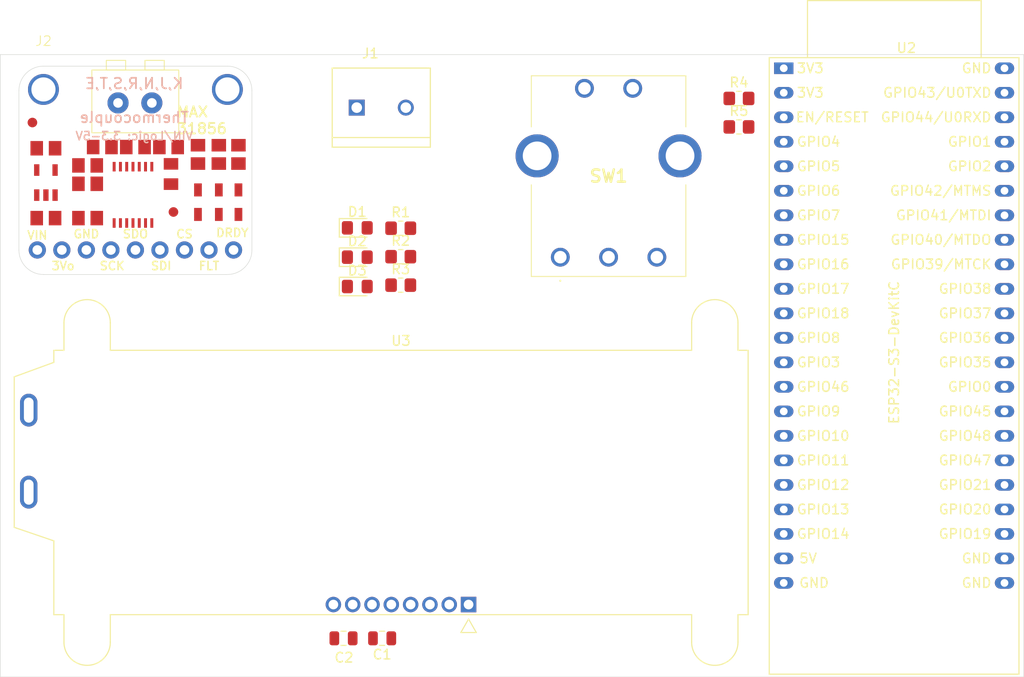
<source format=kicad_pcb>
(kicad_pcb (version 20241229) (generator "pcbnew") (generator_version "9.0")
  (layers (0 "F.Cu" signal) (2 "B.Cu" signal) (13 "F.Paste" user) (15 "B.Paste" user) (5 "F.SilkS" user "F.Silkscreen") (7 "B.SilkS" user "B.Silkscreen") (1 "F.Mask" user) (3 "B.Mask" user) (25 "Edge.Cuts" user))
  (net 0 "")
  (net 1 "GND")
  (net 2 "+3.3V")
  (net 3 "ENC_B")
  (net 4 "ENC_SW")
  (net 5 "ENC_A")
  (net 6 "+5V")
  (net 7 "SSR_PWM")
  (net 8 "/SCK")
  (net 9 "/DRDY")
  (net 10 "/~{CS}")
  (net 11 "/~{FAULT}")
  (net 12 "/SDO")
  (net 13 "/VIN")
  (net 14 "/SDI")
  (net 15 "/VIN_1")
  (net 16 "Net-(U2-GPIO46)")
  (net 17 "Net-(U2-GPIO47)")
  (net 18 "Net-(U2-GPIO48)")
  (net 44 "Net-(D3-A)")
  (net 45 "Net-(D2-A)")
  (net 46 "Net-(D1-A)")
  (net 51 "Net-(U3-VOUT)")
  (net 52 "Net-(U3-C1+)")
  (net 53 "Net-(U3-C1-)")
  (net 54 "/SCL")
  (net 55 "/SDA")
  (net 56 "/DISPLAY_~{RST}")
  (footprint "Diode_SMD:D_0805_2012Metric_Pad1.15x1.40mm_HandSolder" (layer "F.Cu") (at 120.975 79.5)
    (property "Reference" "D2" (at 0 -1.65 0) (layer "F.SilkS"))
    (property "Value" "LED")
    (fp_line (start -1.86 -0.96) (end -1.86 0.96) (stroke (width 0.12)) (layer "F.SilkS"))
    (fp_line (start -1.86 0.96) (end 1 0.96) (stroke (width 0.12)) (layer "F.SilkS"))
    (fp_line (start 1 -0.96) (end -1.86 -0.96) (stroke (width 0.12)) (layer "F.SilkS"))
    (pad "1" smd roundrect (at -1.025 0) (size 1.15 1.4) (layers "F.Cu" "F.Mask" "F.Paste") (roundrect_rratio 0.217391) (net 1 "GND"))
    (pad "2" smd roundrect (at 1.025 0) (size 1.15 1.4) (layers "F.Cu" "F.Mask" "F.Paste") (roundrect_rratio 0.217391) (net 45 "Net-(D2-A)"))
  )
  (footprint "phoenix_footprints:TE_282837-2" (layer "F.Cu") (at 123.46 64)
    (property "Reference" "J1" (at -1.127255 -5.614945 0) (layer "F.SilkS") (effects (font (size 1.002039 1.002039))))
    (property "Value" "Screw_Terminal_01x02")
    (fp_line (start -5.08 -4.1) (end 5.08 -4.1) (stroke (width 0.127)) (layer "F.SilkS"))
    (fp_line (start -5.08 3.1) (end -5.08 -4.1) (stroke (width 0.127)) (layer "F.SilkS"))
    (fp_line (start -5.08 3.1) (end 5.08 3.1) (stroke (width 0.127)) (layer "F.SilkS"))
    (fp_line (start -5.08 4.1) (end -5.08 3.1) (stroke (width 0.127)) (layer "F.SilkS"))
    (fp_line (start 5.08 -4.1) (end 5.08 3.1) (stroke (width 0.127)) (layer "F.SilkS"))
    (fp_line (start 5.08 3.1) (end 5.08 4.1) (stroke (width 0.127)) (layer "F.SilkS"))
    (fp_line (start 5.08 4.1) (end -5.08 4.1) (stroke (width 0.127)) (layer "F.SilkS"))
    (pad "1" thru_hole rect (at -2.54 0) (size 1.65 1.65) (drill 1.1) (layers "*.Cu" "*.Mask") (net 1 "GND"))
    (pad "2" thru_hole circle (at 2.54 0) (size 1.65 1.65) (drill 1.1) (layers "*.Cu" "*.Mask") (net 7 "SSR_PWM"))
  )
  (footprint "Capacitor_SMD:C_0805_2012Metric" (layer "F.Cu") (at 123.55 119 180)
    (property "Reference" "C1" (at 0 -1.68 0) (layer "F.SilkS"))
    (property "Value" "1uF")
    (fp_line (start -0.261252 0.735) (end 0.261252 0.735) (stroke (width 0.12)) (layer "F.SilkS"))
    (fp_line (start -0.261252 -0.735) (end 0.261252 -0.735) (stroke (width 0.12)) (layer "F.SilkS"))
    (pad "1" smd roundrect (at -0.95 0 180) (size 1 1.45) (layers "F.Cu" "F.Mask" "F.Paste") (net 6 "+5V"))
    (pad "2" smd roundrect (at 0.95 0 180) (size 1 1.45) (layers "F.Cu" "F.Mask" "F.Paste") (net 51 "Net-(U3-VOUT)"))
  )
  (footprint "Resistor_SMD:R_0805_2012Metric_Pad1.20x1.40mm_HandSolder" (layer "F.Cu") (at 125.475 79.45)
    (property "Reference" "R2" (at 0 -1.65 0) (layer "F.SilkS"))
    (property "Value" "220")
    (fp_line (start -0.227064 -0.735) (end 0.227064 -0.735) (stroke (width 0.12)) (layer "F.SilkS"))
    (fp_line (start -0.227064 0.735) (end 0.227064 0.735) (stroke (width 0.12)) (layer "F.SilkS"))
    (pad "1" smd roundrect (at -1 0) (size 1.2 1.4) (layers "F.Cu" "F.Mask" "F.Paste") (roundrect_rratio 0.208333) (net 17 "Net-(U2-GPIO47)"))
    (pad "2" smd roundrect (at 1 0) (size 1.2 1.4) (layers "F.Cu" "F.Mask" "F.Paste") (roundrect_rratio 0.208333) (net 45 "Net-(D2-A)"))
  )
  (footprint "Capacitor_SMD:C_0805_2012Metric" (layer "F.Cu") (at 119.55 119 180)
    (property "Reference" "C2" (at -0.05 -2 0) (layer "F.SilkS"))
    (property "Value" "1uF")
    (fp_line (start -0.261252 0.735) (end 0.261252 0.735) (stroke (width 0.12)) (layer "F.SilkS"))
    (fp_line (start -0.261252 -0.735) (end 0.261252 -0.735) (stroke (width 0.12)) (layer "F.SilkS"))
    (pad "1" smd roundrect (at -0.95 0 180) (size 1 1.45) (layers "F.Cu" "F.Mask" "F.Paste") (net 52 "Net-(U3-C1+)"))
    (pad "2" smd roundrect (at 0.95 0 180) (size 1 1.45) (layers "F.Cu" "F.Mask" "F.Paste") (net 53 "Net-(U3-C1-)"))
  )
  (footprint "Resistor_SMD:R_0805_2012Metric_Pad1.20x1.40mm_HandSolder" (layer "F.Cu") (at 125.475 82.4)
    (property "Reference" "R3" (at 0 -1.65 0) (layer "F.SilkS"))
    (property "Value" "220")
    (fp_line (start -0.227064 -0.735) (end 0.227064 -0.735) (stroke (width 0.12)) (layer "F.SilkS"))
    (fp_line (start -0.227064 0.735) (end 0.227064 0.735) (stroke (width 0.12)) (layer "F.SilkS"))
    (pad "1" smd roundrect (at -1 0) (size 1.2 1.4) (layers "F.Cu" "F.Mask" "F.Paste") (roundrect_rratio 0.208333) (net 18 "Net-(U2-GPIO48)"))
    (pad "2" smd roundrect (at 1 0) (size 1.2 1.4) (layers "F.Cu" "F.Mask" "F.Paste") (roundrect_rratio 0.208333) (net 44 "Net-(D3-A)"))
  )
  (footprint "!footprints:PEC164120FS0012" (layer "F.Cu") (at 142 79.5)
    (property "Reference" "SW1" (at 5 -8.4 0) (layer "F.SilkS") (effects (font (size 1.27 1.27) (thickness 0.254))))
    (property "Value" "RotaryEncoder_Switch" (hide yes))
    (fp_line (start -3 -18.8) (end -3 -13.5) (stroke (width 0.1)) (layer "F.SilkS"))
    (fp_line (start -3 -7.5) (end -3 2) (stroke (width 0.1)) (layer "F.SilkS"))
    (fp_line (start -3 2) (end 13 2) (stroke (width 0.1)) (layer "F.SilkS"))
    (fp_line (start 0 2.4) (end 0 2.4) (stroke (width 0.1)) (layer "F.SilkS"))
    (fp_line (start 0 2.5) (end 0 2.5) (stroke (width 0.1)) (layer "F.SilkS"))
    (fp_line (start 13 -18.8) (end -3 -18.8) (stroke (width 0.1)) (layer "F.SilkS"))
    (fp_line (start 13 -13.5) (end 13 -18.8) (stroke (width 0.1)) (layer "F.SilkS"))
    (fp_line (start 13 2) (end 13 -7.5) (stroke (width 0.1)) (layer "F.SilkS"))
    (fp_arc (start 0 2.4) (mid 0.05 2.45) (end 0 2.5) (stroke (width 0.1)) (layer "F.SilkS"))
    (fp_arc (start 0 2.5) (mid -0.05 2.45) (end 0 2.4) (stroke (width 0.1)) (layer "F.SilkS"))
    (pad "A1" thru_hole circle (at 0 0) (size 1.95 1.95) (drill 1.3) (layers "*.Cu" "*.Mask"))
    (pad "B1" thru_hole circle (at 5 0) (size 1.95 1.95) (drill 1.3) (layers "*.Cu" "*.Mask"))
    (pad "C1" thru_hole circle (at 10 0) (size 1.95 1.95) (drill 1.3) (layers "*.Cu" "*.Mask"))
    (pad "D1" thru_hole circle (at 2.5 -17.5) (size 1.95 1.95) (drill 1.3) (layers "*.Cu" "*.Mask"))
    (pad "E1" thru_hole circle (at 7.5 -17.5) (size 1.95 1.95) (drill 1.3) (layers "*.Cu" "*.Mask"))
    (pad "MH1" thru_hole circle (at -2.4 -10.5) (size 4.46 4.46) (drill 2.9732) (layers "*.Cu" "*.Mask"))
    (pad "MH2" thru_hole circle (at 12.4 -10.5) (size 4.46 4.46) (drill 2.9732) (layers "*.Cu" "*.Mask"))
  )
  (footprint "Diode_SMD:D_0805_2012Metric_Pad1.15x1.40mm_HandSolder" (layer "F.Cu") (at 120.975 82.54)
    (property "Reference" "D3" (at 0 -1.65 0) (layer "F.SilkS"))
    (property "Value" "LED")
    (fp_line (start -1.86 -0.96) (end -1.86 0.96) (stroke (width 0.12)) (layer "F.SilkS"))
    (fp_line (start -1.86 0.96) (end 1 0.96) (stroke (width 0.12)) (layer "F.SilkS"))
    (fp_line (start 1 -0.96) (end -1.86 -0.96) (stroke (width 0.12)) (layer "F.SilkS"))
    (pad "1" smd roundrect (at -1.025 0) (size 1.15 1.4) (layers "F.Cu" "F.Mask" "F.Paste") (roundrect_rratio 0.217391) (net 1 "GND"))
    (pad "2" smd roundrect (at 1.025 0) (size 1.15 1.4) (layers "F.Cu" "F.Mask" "F.Paste") (roundrect_rratio 0.217391) (net 44 "Net-(D3-A)"))
  )
  (footprint "Resistor_SMD:R_0805_2012Metric_Pad1.20x1.40mm_HandSolder" (layer "F.Cu") (at 160.5 66)
    (property "Reference" "R5" (at 0 -1.65 0) (layer "F.SilkS"))
    (property "Value" "4.7k")
    (fp_line (start -0.227064 -0.735) (end 0.227064 -0.735) (stroke (width 0.12)) (layer "F.SilkS"))
    (fp_line (start -0.227064 0.735) (end 0.227064 0.735) (stroke (width 0.12)) (layer "F.SilkS"))
    (pad "1" smd roundrect (at -1 0) (size 1.2 1.4) (layers "F.Cu" "F.Mask" "F.Paste") (roundrect_rratio 0.208333) (net 2 "+3.3V"))
    (pad "2" smd roundrect (at 1 0) (size 1.2 1.4) (layers "F.Cu" "F.Mask" "F.Paste") (roundrect_rratio 0.208333) (net 55 "/SDA"))
  )
  (footprint "Resistor_SMD:R_0805_2012Metric_Pad1.20x1.40mm_HandSolder" (layer "F.Cu") (at 160.5 63.05)
    (property "Reference" "R4" (at 0 -1.65 0) (layer "F.SilkS"))
    (property "Value" "4.7k")
    (fp_line (start -0.227064 -0.735) (end 0.227064 -0.735) (stroke (width 0.12)) (layer "F.SilkS"))
    (fp_line (start -0.227064 0.735) (end 0.227064 0.735) (stroke (width 0.12)) (layer "F.SilkS"))
    (pad "1" smd roundrect (at -1 0) (size 1.2 1.4) (layers "F.Cu" "F.Mask" "F.Paste") (roundrect_rratio 0.208333) (net 2 "+3.3V"))
    (pad "2" smd roundrect (at 1 0) (size 1.2 1.4) (layers "F.Cu" "F.Mask" "F.Paste") (roundrect_rratio 0.208333) (net 54 "/SCL"))
  )
  (footprint "Diode_SMD:D_0805_2012Metric_Pad1.15x1.40mm_HandSolder" (layer "F.Cu") (at 120.975 76.46)
    (property "Reference" "D1" (at 0 -1.65 0) (layer "F.SilkS"))
    (property "Value" "LED")
    (fp_line (start -1.86 -0.96) (end -1.86 0.96) (stroke (width 0.12)) (layer "F.SilkS"))
    (fp_line (start -1.86 0.96) (end 1 0.96) (stroke (width 0.12)) (layer "F.SilkS"))
    (fp_line (start 1 -0.96) (end -1.86 -0.96) (stroke (width 0.12)) (layer "F.SilkS"))
    (pad "1" smd roundrect (at -1.025 0) (size 1.15 1.4) (layers "F.Cu" "F.Mask" "F.Paste") (roundrect_rratio 0.217391) (net 1 "GND"))
    (pad "2" smd roundrect (at 1.025 0) (size 1.15 1.4) (layers "F.Cu" "F.Mask" "F.Paste") (roundrect_rratio 0.217391) (net 46 "Net-(D1-A)"))
  )
  (footprint "Display:NHD-C0220BiZ" (layer "F.Cu") (at 125.5 99.6)
    (property "Reference" "U3" (at 0 -11.43 0) (layer "F.SilkS"))
    (property "Value" "NHD-C0220BIZ")
    (fp_line (start -40.05 -7.7) (end -40.05 7.9) (stroke (width 0.12)) (layer "F.SilkS"))
    (fp_line (start -40.05 7.9) (end -35.95 9.3) (stroke (width 0.12)) (layer "F.SilkS"))
    (fp_line (start -35.95 -10.45) (end -35.95 -9.2) (stroke (width 0.12)) (layer "F.SilkS"))
    (fp_line (start -35.95 -9.2) (end -40.05 -7.7) (stroke (width 0.12)) (layer "F.SilkS"))
    (fp_line (start -35.95 9.3) (end -35.95 16.95) (stroke (width 0.12)) (layer "F.SilkS"))
    (fp_line (start -35.95 16.95) (end -34.9 16.95) (stroke (width 0.12)) (layer "F.SilkS"))
    (fp_line (start -34.9 -13.3) (end -34.9 -10.45) (stroke (width 0.12)) (layer "F.SilkS"))
    (fp_line (start -34.9 -10.45) (end -35.95 -10.45) (stroke (width 0.12)) (layer "F.SilkS"))
    (fp_line (start -34.9 16.95) (end -34.9 19.8) (stroke (width 0.12)) (layer "F.SilkS"))
    (fp_line (start -30.1 -10.45) (end -30.1 -13.3) (stroke (width 0.12)) (layer "F.SilkS"))
    (fp_line (start -30.1 16.95) (end 30.1 16.95) (stroke (width 0.12)) (layer "F.SilkS"))
    (fp_line (start -30.1 19.8) (end -30.1 16.95) (stroke (width 0.12)) (layer "F.SilkS"))
    (fp_line (start 6.2 18.8) (end 7 17.4) (stroke (width 0.12)) (layer "F.SilkS"))
    (fp_line (start 6.2 18.8) (end 7.8 18.8) (stroke (width 0.12)) (layer "F.SilkS"))
    (fp_line (start 7 17.4) (end 7.8 18.8) (stroke (width 0.12)) (layer "F.SilkS"))
    (fp_line (start 30.1 -13.3) (end 30.1 -10.45) (stroke (width 0.12)) (layer "F.SilkS"))
    (fp_line (start 30.1 -10.45) (end -30.1 -10.45) (stroke (width 0.12)) (layer "F.SilkS"))
    (fp_line (start 30.1 16.95) (end 30.1 19.8) (stroke (width 0.12)) (layer "F.SilkS"))
    (fp_line (start 34.9 -10.45) (end 34.9 -13.3) (stroke (width 0.12)) (layer "F.SilkS"))
    (fp_line (start 34.9 16.95) (end 35.95 16.95) (stroke (width 0.12)) (layer "F.SilkS"))
    (fp_line (start 34.9 19.8) (end 34.9 16.95) (stroke (width 0.12)) (layer "F.SilkS"))
    (fp_line (start 35.95 -10.45) (end 34.9 -10.45) (stroke (width 0.12)) (layer "F.SilkS"))
    (fp_line (start 35.95 16.95) (end 35.95 -10.45) (stroke (width 0.12)) (layer "F.SilkS"))
    (fp_arc (start -34.9 -13.3) (mid -32.5 -15.7) (end -30.1 -13.3) (stroke (width 0.12)) (layer "F.SilkS"))
    (fp_arc (start -30.1 19.8) (mid -32.5 22.2) (end -34.9 19.8) (stroke (width 0.12)) (layer "F.SilkS"))
    (fp_arc (start 30.1 -13.3) (mid 32.5 -15.7) (end 34.9 -13.3) (stroke (width 0.12)) (layer "F.SilkS"))
    (fp_arc (start 34.9 19.8) (mid 32.5 22.2) (end 30.1 19.8) (stroke (width 0.12)) (layer "F.SilkS"))
    (pad "" np_thru_hole circle (at -32.5 -13.3) (size 2.5 2.5) (drill 2.5) (layers "*.Cu" "*.Mask"))
    (pad "" np_thru_hole circle (at -32.5 19.8) (size 2.5 2.5) (drill 2.5) (layers "*.Cu" "*.Mask"))
    (pad "" np_thru_hole circle (at 32.5 -13.3) (size 2.5 2.5) (drill 2.5) (layers "*.Cu" "*.Mask"))
    (pad "" np_thru_hole circle (at 32.5 19.8) (size 2.5 2.5) (drill 2.5) (layers "*.Cu" "*.Mask"))
    (pad "1" thru_hole rect (at 7 15.9) (size 1.6 1.6) (drill 1) (layers "*.Cu" "*.Mask") (net 56 "/DISPLAY_~{RST}"))
    (pad "2" thru_hole circle (at 5 15.9) (size 1.6 1.6) (drill 1) (layers "*.Cu" "*.Mask") (net 54 "/SCL"))
    (pad "3" thru_hole circle (at 3 15.9) (size 1.6 1.6) (drill 1) (layers "*.Cu" "*.Mask") (net 55 "/SDA"))
    (pad "4" thru_hole circle (at 1 15.9) (size 1.6 1.6) (drill 1) (layers "*.Cu" "*.Mask") (net 1 "GND"))
    (pad "5" thru_hole circle (at -1 15.9) (size 1.6 1.6) (drill 1) (layers "*.Cu" "*.Mask") (net 6 "+5V"))
    (pad "6" thru_hole circle (at -3 15.9) (size 1.6 1.6) (drill 1) (layers "*.Cu" "*.Mask") (net 51 "Net-(U3-VOUT)"))
    (pad "7" thru_hole circle (at -5 15.9) (size 1.6 1.6) (drill 1) (layers "*.Cu" "*.Mask") (net 52 "Net-(U3-C1+)"))
    (pad "8" thru_hole circle (at -7 15.9) (size 1.6 1.6) (drill 1) (layers "*.Cu" "*.Mask") (net 53 "Net-(U3-C1-)"))
    (pad "9" thru_hole oval (at -38.55 4.25) (size 1.8 3.4) (drill oval 1 2.6) (layers "*.Cu" "*.Mask"))
    (pad "10" thru_hole oval (at -38.55 -4.25) (size 1.8 3.4) (drill oval 1 2.6) (layers "*.Cu" "*.Mask"))
  )
  (footprint "PCM_Espressif:ESP32-S3-DevKitC" (layer "F.Cu") (at 165.14 59.92)
    (property "Reference" "U2" (at 12.7 -2.1 0) (layer "F.SilkS"))
    (property "Value" "ESP32-S3-DevKitC" (at 11.42632 29.46128 90) (layer "F.SilkS"))
    (fp_line (start -1.5 62.79728) (end 24.359999 62.79728) (stroke (width 0.12)) (layer "F.SilkS"))
    (fp_line (start -1.499999 -1.1) (end -1.5 62.79728) (stroke (width 0.12)) (layer "F.SilkS"))
    (fp_line (start 2.46012 -7.01312) (end 20.44332 -7.01312) (stroke (width 0.12)) (layer "F.SilkS"))
    (fp_line (start 2.46012 -1.12032) (end 2.46012 -7.01312) (stroke (width 0.12)) (layer "F.SilkS"))
    (fp_line (start 20.44332 -7.01312) (end 20.44332 -1.12032) (stroke (width 0.12)) (layer "F.SilkS"))
    (fp_line (start 24.359999 62.79728) (end 24.36 -1.1) (stroke (width 0.12)) (layer "F.SilkS"))
    (fp_line (start 24.36 -1.1) (end -1.499999 -1.1) (stroke (width 0.12)) (layer "F.SilkS"))
    (fp_text user "GPIO47" (at 21.59 40.64 0) (layer "F.SilkS") (effects (justify right)))
    (fp_text user "3V3" (at 1.27 0 0) (layer "F.SilkS") (effects (justify left)))
    (fp_text user "GPIO18" (at 1.27 25.4 0) (layer "F.SilkS") (effects (justify left)))
    (fp_text user "GND" (at 1.52032 53.33728 0) (layer "F.SilkS") (effects (justify left)))
    (fp_text user "GPIO12" (at 1.27 43.18 0) (layer "F.SilkS") (effects (justify left)))
    (fp_text user "GPIO11" (at 1.27 40.64 0) (layer "F.SilkS") (effects (justify left)))
    (fp_text user "GPIO48" (at 21.59 38.1 0) (layer "F.SilkS") (effects (justify right)))
    (fp_text user "GPIO2" (at 21.59 10.16 0) (layer "F.SilkS") (effects (justify right)))
    (fp_text user "GPIO36" (at 21.59 27.94 0) (layer "F.SilkS") (effects (justify right)))
    (fp_text user "3V3" (at 1.27 2.54 0) (layer "F.SilkS") (effects (justify left)))
    (fp_text user "GPIO40/MTDO" (at 21.59 17.78 0) (layer "F.SilkS") (effects (justify right)))
    (fp_text user "GPIO9" (at 1.27 35.56 0) (layer "F.SilkS") (effects (justify left)))
    (fp_text user "GND" (at 21.59 50.8 0) (layer "F.SilkS") (effects (justify right)))
    (fp_text user "GPIO17" (at 1.27 22.86 0) (layer "F.SilkS") (effects (justify left)))
    (fp_text user "GPIO21" (at 21.59 43.18 0) (layer "F.SilkS") (effects (justify right)))
    (fp_text user "GPIO6" (at 1.27 12.7 0) (layer "F.SilkS") (effects (justify left)))
    (fp_text user "GPIO5" (at 1.27 10.16 0) (layer "F.SilkS") (effects (justify left)))
    (fp_text user "GPIO19" (at 21.59 48.26 0) (layer "F.SilkS") (effects (justify right)))
    (fp_text user "GPIO37" (at 21.59 25.4 0) (layer "F.SilkS") (effects (justify right)))
    (fp_text user "GPIO20" (at 21.59 45.72 0) (layer "F.SilkS") (effects (justify right)))
    (fp_text user "GPIO38" (at 21.59 22.86 0) (layer "F.SilkS") (effects (justify right)))
    (fp_text user "GPIO7" (at 1.27 15.24 0) (layer "F.SilkS") (effects (justify left)))
    (fp_text user "GPIO39/MTCK" (at 21.59 20.32 0) (layer "F.SilkS") (effects (justify right)))
    (fp_text user "5V" (at 1.52032 50.79728 0) (layer "F.SilkS") (effects (justify left)))
    (fp_text user "GPIO44/U0RXD" (at 21.59 5.08 0) (layer "F.SilkS") (effects (justify right)))
    (fp_text user "GPIO0" (at 21.59 33.02 0) (layer "F.SilkS") (effects (justify right)))
    (fp_text user "GND" (at 21.59 0 0) (layer "F.SilkS") (effects (justify right)))
    (fp_text user "GPIO42/MTMS" (at 21.59 12.7 0) (layer "F.SilkS") (effects (justify right)))
    (fp_text user "GPIO4" (at 1.27 7.62 0) (layer "F.SilkS") (effects (justify left)))
    (fp_text user "GPIO10" (at 1.27 38.1 0) (layer "F.SilkS") (effects (justify left)))
    (fp_text user "GPIO13" (at 1.27 45.72 0) (layer "F.SilkS") (effects (justify left)))
    (fp_text user "GPIO46" (at 1.27 33.02 0) (layer "F.SilkS") (effects (justify left)))
    (fp_text user "GPIO8" (at 1.27 27.94 0) (layer "F.SilkS") (effects (justify left)))
    (fp_text user "GPIO41/MTDI" (at 21.59 15.24 0) (layer "F.SilkS") (effects (justify right)))
    (fp_text user "GPIO15" (at 1.27 17.78 0) (layer "F.SilkS") (effects (justify left)))
    (fp_text user "GPIO35" (at 21.59 30.48 0) (layer "F.SilkS") (effects (justify right)))
    (fp_text user "GND" (at 21.59 53.34 0) (layer "F.SilkS") (effects (justify right)))
    (fp_text user "GPIO14" (at 1.27 48.26 0) (layer "F.SilkS") (effects (justify left)))
    (fp_text user "GPIO1" (at 21.59 7.62 0) (layer "F.SilkS") (effects (justify right)))
    (fp_text user "GPIO43/U0TXD" (at 21.59 2.54 0) (layer "F.SilkS") (effects (justify right)))
    (fp_text user "GPIO45" (at 21.59 35.56 0) (layer "F.SilkS") (effects (justify right)))
    (fp_text user "GPIO16" (at 1.27 20.32 0) (layer "F.SilkS") (effects (justify left)))
    (fp_text user "GPIO3" (at 1.27 30.48 0) (layer "F.SilkS") (effects (justify left)))
    (fp_text user "EN/RESET" (at 8.88632 5.07728 0) (layer "F.SilkS") (effects (justify right)))
    (pad "1" thru_hole rect (at 0 0 270) (size 1.2 2) (drill 0.8) (layers "*.Cu" "*.Mask") (net 2 "+3.3V"))
    (pad "2" thru_hole oval (at 0 2.54 270) (size 1.2 2) (drill 0.8) (layers "*.Cu" "*.Mask") (net 2 "+3.3V"))
    (pad "3" thru_hole oval (at 0 5.08 270) (size 1.2 2) (drill 0.8) (layers "*.Cu" "*.Mask"))
    (pad "4" thru_hole oval (at 0 7.62 270) (size 1.2 2) (drill 0.8) (layers "*.Cu" "*.Mask") (net 55 "/SDA"))
    (pad "5" thru_hole oval (at 0 10.16 270) (size 1.2 2) (drill 0.8) (layers "*.Cu" "*.Mask") (net 54 "/SCL"))
    (pad "6" thru_hole oval (at 0 12.7 270) (size 1.2 2) (drill 0.8) (layers "*.Cu" "*.Mask"))
    (pad "7" thru_hole oval (at 0 15.24 270) (size 1.2 2) (drill 0.8) (layers "*.Cu" "*.Mask"))
    (pad "8" thru_hole oval (at 0 17.78 270) (size 1.2 2) (drill 0.8) (layers "*.Cu" "*.Mask"))
    (pad "9" thru_hole oval (at 0 20.32 270) (size 1.2 2) (drill 0.8) (layers "*.Cu" "*.Mask"))
    (pad "10" thru_hole oval (at 0 22.86 270) (size 1.2 2) (drill 0.8) (layers "*.Cu" "*.Mask"))
    (pad "11" thru_hole oval (at 0 25.4 270) (size 1.2 2) (drill 0.8) (layers "*.Cu" "*.Mask"))
    (pad "12" thru_hole oval (at 0 27.94 270) (size 1.2 2) (drill 0.8) (layers "*.Cu" "*.Mask"))
    (pad "13" thru_hole oval (at 0 30.48 270) (size 1.2 2) (drill 0.8) (layers "*.Cu" "*.Mask"))
    (pad "14" thru_hole oval (at 0 33.02 270) (size 1.2 2) (drill 0.8) (layers "*.Cu" "*.Mask") (net 16 "Net-(U2-GPIO46)"))
    (pad "15" thru_hole oval (at 0 35.56 270) (size 1.2 2) (drill 0.8) (layers "*.Cu" "*.Mask"))
    (pad "16" thru_hole oval (at 0 38.1 270) (size 1.2 2) (drill 0.8) (layers "*.Cu" "*.Mask"))
    (pad "17" thru_hole oval (at 0 40.64 270) (size 1.2 2) (drill 0.8) (layers "*.Cu" "*.Mask"))
    (pad "18" thru_hole oval (at 0 43.18 270) (size 1.2 2) (drill 0.8) (layers "*.Cu" "*.Mask"))
    (pad "19" thru_hole oval (at 0 45.72 270) (size 1.2 2) (drill 0.8) (layers "*.Cu" "*.Mask"))
    (pad "20" thru_hole oval (at -0.00368 48.25728 270) (size 1.2 2) (drill 0.8) (layers "*.Cu" "*.Mask"))
    (pad "21" thru_hole oval (at -0.00368 50.79728 270) (size 1.2 2) (drill 0.8) (layers "*.Cu" "*.Mask") (net 6 "+5V"))
    (pad "22" thru_hole oval (at -0.00368 53.33728 270) (size 1.2 2) (drill 0.8) (layers "*.Cu" "*.Mask") (net 1 "GND"))
    (pad "23" thru_hole oval (at 22.86 53.34 270) (size 1.2 2) (drill 0.8) (layers "*.Cu" "*.Mask") (net 1 "GND"))
    (pad "24" thru_hole oval (at 22.86 50.8 270) (size 1.2 2) (drill 0.8) (layers "*.Cu" "*.Mask") (net 1 "GND"))
    (pad "25" thru_hole oval (at 22.86 48.26 270) (size 1.2 2) (drill 0.8) (layers "*.Cu" "*.Mask"))
    (pad "26" thru_hole oval (at 22.86 45.72 270) (size 1.2 2) (drill 0.8) (layers "*.Cu" "*.Mask"))
    (pad "27" thru_hole oval (at 22.86 43.18 270) (size 1.2 2) (drill 0.8) (layers "*.Cu" "*.Mask") (net 7 "SSR_PWM"))
    (pad "28" thru_hole oval (at 22.86 40.64 270) (size 1.2 2) (drill 0.8) (layers "*.Cu" "*.Mask") (net 17 "Net-(U2-GPIO47)"))
    (pad "29" thru_hole oval (at 22.86 38.1 270) (size 1.2 2) (drill 0.8) (layers "*.Cu" "*.Mask") (net 18 "Net-(U2-GPIO48)"))
    (pad "30" thru_hole oval (at 22.86 35.56 270) (size 1.2 2) (drill 0.8) (layers "*.Cu" "*.Mask"))
    (pad "31" thru_hole oval (at 22.86 33.02 270) (size 1.2 2) (drill 0.8) (layers "*.Cu" "*.Mask"))
    (pad "32" thru_hole oval (at 22.86 30.48 270) (size 1.2 2) (drill 0.8) (layers "*.Cu" "*.Mask") (net 56 "/DISPLAY_~{RST}"))
    (pad "33" thru_hole oval (at 22.86 27.94 270) (size 1.2 2) (drill 0.8) (layers "*.Cu" "*.Mask") (net 5 "ENC_A"))
    (pad "34" thru_hole oval (at 22.86 25.4 270) (size 1.2 2) (drill 0.8) (layers "*.Cu" "*.Mask") (net 3 "ENC_B"))
    (pad "35" thru_hole oval (at 22.86 22.86 270) (size 1.2 2) (drill 0.8) (layers "*.Cu" "*.Mask") (net 4 "ENC_SW"))
    (pad "36" thru_hole oval (at 22.86 20.32 270) (size 1.2 2) (drill 0.8) (layers "*.Cu" "*.Mask"))
    (pad "37" thru_hole oval (at 22.86 17.78 270) (size 1.2 2) (drill 0.8) (layers "*.Cu" "*.Mask"))
    (pad "38" thru_hole oval (at 22.86 15.24 270) (size 1.2 2) (drill 0.8) (layers "*.Cu" "*.Mask"))
    (pad "39" thru_hole oval (at 22.86 12.7 270) (size 1.2 2) (drill 0.8) (layers "*.Cu" "*.Mask"))
    (pad "40" thru_hole oval (at 22.86 10.16 270) (size 1.2 2) (drill 0.8) (layers "*.Cu" "*.Mask"))
    (pad "41" thru_hole oval (at 22.86 7.62 270) (size 1.2 2) (drill 0.8) (layers "*.Cu" "*.Mask"))
    (pad "42" thru_hole oval (at 22.86 5.08 270) (size 1.2 2) (drill 0.8) (layers "*.Cu" "*.Mask"))
    (pad "43" thru_hole oval (at 22.86 2.54 270) (size 1.2 2) (drill 0.8) (layers "*.Cu" "*.Mask"))
    (pad "44" thru_hole oval (at 22.86 0 270) (size 1.2 2) (drill 0.8) (layers "*.Cu" "*.Mask") (net 1 "GND"))
  )
  (footprint "!footprints:MAX31856_HEADER" (layer "F.Cu") (at 88.486314 62.105085)
    (property "Reference" "J2" (at 0 -5 0) (layer "F.SilkS") (effects (font (thickness 0.1))))
    (property "Value" "Conn_01x09_Socket")
    (fp_rect (start 5 -2) (end 14 4.5) (stroke (width 0.1)) (fill no) (layer "F.SilkS"))
    (fp_rect (start 6.5 -3) (end 8.5 -2) (stroke (width 0.1)) (fill no) (layer "F.SilkS"))
    (fp_rect (start 10.5 -3) (end 12.5 -2) (stroke (width 0.1)) (fill no) (layer "F.SilkS"))
    (fp_line (start -2.551314 16.648314) (end -2.551314 0.138314) (stroke (width 0.05)) (layer "Edge.Cuts"))
    (fp_line (start -0.011314 -2.401686) (end 19.038686 -2.401686) (stroke (width 0.05)) (layer "Edge.Cuts"))
    (fp_line (start 19.012586 19.191516) (end -0.037414 19.191516) (stroke (width 0.05)) (layer "Edge.Cuts"))
    (fp_line (start 21.578686 0.138314) (end 21.578686 16.648314) (stroke (width 0.05)) (layer "Edge.Cuts"))
    (fp_arc (start -2.551314 0.138314) (mid -1.807365 -1.657737) (end -0.011314 -2.401686) (stroke (width 0.05)) (layer "Edge.Cuts"))
    (fp_arc (start -0.011314 19.188314) (mid -1.807365 18.444365) (end -2.551314 16.648314) (stroke (width 0.05)) (layer "Edge.Cuts"))
    (fp_arc (start 19.038686 -2.401686) (mid 20.834737 -1.657737) (end 21.578686 0.138314) (stroke (width 0.05)) (layer "Edge.Cuts"))
    (fp_arc (start 21.578686 16.648314) (mid 20.834737 18.444365) (end 19.038686 19.188314) (stroke (width 0.05)) (layer "Edge.Cuts"))
    (fp_text user "SCK" (at 7.100686 18.299314 0) (layer "F.SilkS") (effects (font (size 0.8636 0.8636) (thickness 0.1524))))
    (fp_text user "SDI" (at 12.180686 18.299314 0) (layer "F.SilkS") (effects (font (size 0.8636 0.8636) (thickness 0.1524))))
    (fp_text user "GND" (at 4.433686 14.997314 0) (layer "F.SilkS") (effects (font (size 0.8636 0.8636) (thickness 0.1524))))
    (fp_text user "FLT" (at 17.133686 18.299314 0) (layer "F.SilkS") (effects (font (size 0.8636 0.8636) (thickness 0.1524))))
    (fp_text user "3Vo" (at 2.020686 18.299314 0) (layer "F.SilkS") (effects (font (size 0.8636 0.8636) (thickness 0.1524))))
    (fp_text user "CS" (at 14.593686 14.997314 0) (layer "F.SilkS") (effects (font (size 0.8636 0.8636) (thickness 0.1524))))
    (fp_text user "SDO" (at 9.513686 14.997314 0) (layer "F.SilkS") (effects (font (size 0.8636 0.8636) (thickness 0.1524))))
    (fp_text user "DRDY" (at 19.546686 14.870314 0) (layer "F.SilkS") (effects (font (size 0.8636 0.8636) (thickness 0.1524))))
    (fp_text user "VIN" (at -0.646314 15.124314 0) (layer "F.SilkS") (effects (font (size 0.8636 0.8636) (thickness 0.1524))))
    (fp_text user "MAX\n31856" (at 13.704686 4.710314 0) (layer "F.SilkS") (effects (font (size 1.0795 1.0795) (thickness 0.1905)) (justify left bottom)))
    (fp_text user "VIN/Logic: 3.3-5V" (at 9.386686 4.837314 0) (layer "B.SilkS") (effects (font (size 0.8636 0.8636) (thickness 0.1524)) (justify mirror)))
    (fp_text user "K,J,N,R,S,T,E\n\nThermocouple" (at 9.386686 1.154314 0) (layer "B.SilkS") (effects (font (size 1.0922 1.0922) (thickness 0.1778)) (justify mirror)))
    (pad "1" smd roundrect (at -1.154314 3.440314) (size 1 1) (layers "F.Cu" "F.Mask") (roundrect_rratio 0.5) (net 9 "/DRDY"))
    (pad "1" smd rect (at -0.707314 6.107314) (size 1.3 1.5) (layers "F.Cu" "F.Mask" "F.Paste") (net 9 "/DRDY"))
    (pad "1" smd rect (at -0.707314 10.963414) (size 0.55 1.2) (layers "F.Cu" "F.Mask" "F.Paste") (net 9 "/DRDY"))
    (pad "1" smd rect (at -0.707314 13.346314) (size 1.3 1.5) (layers "F.Cu" "F.Mask" "F.Paste") (net 9 "/DRDY"))
    (pad "1" smd rect (at 5.134686 5.980314) (size 1.3 1.5) (layers "F.Cu" "F.Mask" "F.Paste") (net 9 "/DRDY"))
    (pad "1" smd rect (at 5.510686 7.885314 180) (size 1.3 1.5) (layers "F.Cu" "F.Mask" "F.Paste") (net 9 "/DRDY"))
    (pad "1" smd rect (at 5.510686 9.790314 180) (size 1.3 1.5) (layers "F.Cu" "F.Mask" "F.Paste") (net 9 "/DRDY"))
    (pad "1" smd rect (at 5.510686 13.346314 180) (size 1.3 1.5) (layers "F.Cu" "F.Mask" "F.Paste") (net 9 "/DRDY"))
    (pad "1" thru_hole circle (at 7.713686 1.408314 180) (size 2.1844 2.1844) (drill 1) (layers "*.Cu" "*.Mask") (net 9 "/DRDY"))
    (pad "1" smd rect (at 10.463686 5.980314 180) (size 1.3 1.5) (layers "F.Cu" "F.Mask" "F.Paste") (net 9 "/DRDY"))
    (pad "1" smd rect (at 11.209686 8.015514 180) (size 0.3048 0.9906) (layers "F.Cu" "F.Mask" "F.Paste") (net 9 "/DRDY"))
    (pad "1" smd rect (at 13.196686 9.824314 90) (size 1.2 1.5) (layers "F.Cu" "F.Mask" "F.Paste") (net 9 "/DRDY"))
    (pad "1" smd roundrect (at 13.450686 12.711314) (size 1 1) (layers "F.Cu" "F.Mask") (roundrect_rratio 0.5) (net 9 "/DRDY"))
    (pad "1" smd rect (at 13.892686 5.980314 180) (size 1.3 1.5) (layers "F.Cu" "F.Mask" "F.Paste") (net 9 "/DRDY"))
    (pad "1" smd rect (at 15.990686 7.692314 90) (size 1.3 1.5) (layers "F.Cu" "F.Mask" "F.Paste") (net 9 "/DRDY"))
    (pad "1" smd rect (at 18.149686 7.692314 90) (size 1.3 1.5) (layers "F.Cu" "F.Mask" "F.Paste") (net 9 "/DRDY"))
    (pad "1" thru_hole circle (at 19.673686 16.648314 270) (size 1.778 1.778) (drill 1) (layers "*.Cu" "*.Mask") (net 9 "/DRDY"))
    (pad "1" smd rect (at 20.181686 7.692314 90) (size 1.3 1.5) (layers "F.Cu" "F.Mask" "F.Paste") (net 9 "/DRDY"))
    (pad "2" smd rect (at 0.242686 10.963414) (size 0.55 1.2) (layers "F.Cu" "F.Mask" "F.Paste") (net 11 "/~{FAULT}"))
    (pad "2" smd rect (at 1.192686 6.107314) (size 1.3 1.5) (layers "F.Cu" "F.Mask" "F.Paste") (net 11 "/~{FAULT}"))
    (pad "2" smd rect (at 1.192686 13.346314) (size 1.3 1.5) (layers "F.Cu" "F.Mask" "F.Paste") (net 11 "/~{FAULT}"))
    (pad "2" smd rect (at 3.610686 7.885314 180) (size 1.3 1.5) (layers "F.Cu" "F.Mask" "F.Paste") (net 11 "/~{FAULT}"))
    (pad "2" smd rect (at 3.610686 9.790314 180) (size 1.3 1.5) (layers "F.Cu" "F.Mask" "F.Paste") (net 11 "/~{FAULT}"))
    (pad "2" smd rect (at 3.610686 13.346314 180) (size 1.3 1.5) (layers "F.Cu" "F.Mask" "F.Paste") (net 11 "/~{FAULT}"))
    (pad "2" smd rect (at 7.034686 5.980314) (size 1.3 1.5) (layers "F.Cu" "F.Mask" "F.Paste") (net 11 "/~{FAULT}"))
    (pad "2" smd rect (at 8.563686 5.980314 180) (size 1.3 1.5) (layers "F.Cu" "F.Mask" "F.Paste") (net 11 "/~{FAULT}"))
    (pad "2" smd rect (at 10.559686 8.015514 180) (size 0.3048 0.9906) (layers "F.Cu" "F.Mask" "F.Paste") (net 11 "/~{FAULT}"))
    (pad "2" thru_hole circle (at 11.213686 1.408314 180) (size 2.1844 2.1844) (drill 1) (layers "*.Cu" "*.Mask") (net 11 "/~{FAULT}"))
    (pad "2" smd rect (at 11.992686 5.980314 180) (size 1.3 1.5) (layers "F.Cu" "F.Mask" "F.Paste") (net 11 "/~{FAULT}"))
    (pad "2" smd rect (at 13.196686 7.724314 90) (size 1.2 1.5) (layers "F.Cu" "F.Mask" "F.Paste") (net 11 "/~{FAULT}"))
    (pad "2" smd rect (at 15.990686 5.792314 90) (size 1.3 1.5) (layers "F.Cu" "F.Mask" "F.Paste") (net 11 "/~{FAULT}"))
    (pad "2" thru_hole circle (at 17.133686 16.648314 270) (size 1.778 1.778) (drill 1) (layers "*.Cu" "*.Mask") (net 11 "/~{FAULT}"))
    (pad "2" smd rect (at 18.149686 5.792314 90) (size 1.3 1.5) (layers "F.Cu" "F.Mask" "F.Paste") (net 11 "/~{FAULT}"))
    (pad "2" smd rect (at 20.181686 5.792314 90) (size 1.3 1.5) (layers "F.Cu" "F.Mask" "F.Paste") (net 11 "/~{FAULT}"))
    (pad "3" smd rect (at 1.192686 10.963414) (size 0.55 1.2) (layers "F.Cu" "F.Mask" "F.Paste") (net 10 "/~{CS}"))
    (pad "3" smd rect (at 9.909686 8.015514 180) (size 0.3048 0.9906) (layers "F.Cu" "F.Mask" "F.Paste") (net 10 "/~{CS}"))
    (pad "3" thru_hole circle (at 14.593686 16.648314 270) (size 1.778 1.778) (drill 1) (layers "*.Cu" "*.Mask") (net 10 "/~{CS}"))
    (pad "4" smd rect (at 1.192686 8.363214) (size 0.55 1.2) (layers "F.Cu" "F.Mask" "F.Paste") (net 14 "/SDI"))
    (pad "4" smd rect (at 9.259686 8.015514 180) (size 0.3048 0.9906) (layers "F.Cu" "F.Mask" "F.Paste") (net 14 "/SDI"))
    (pad "4" thru_hole circle (at 12.053686 16.648314 270) (size 1.778 1.778) (drill 1) (layers "*.Cu" "*.Mask") (net 14 "/SDI"))
    (pad "5" smd rect (at -0.707314 8.363214) (size 0.55 1.2) (layers "F.Cu" "F.Mask" "F.Paste") (net 12 "/SDO"))
    (pad "5" smd rect (at 8.609686 8.015514 180) (size 0.3048 0.9906) (layers "F.Cu" "F.Mask" "F.Paste") (net 12 "/SDO"))
    (pad "5" thru_hole circle (at 9.513686 16.648314 270) (size 1.778 1.778) (drill 1) (layers "*.Cu" "*.Mask") (net 12 "/SDO"))
    (pad "6" thru_hole circle (at 6.973686 16.648314 270) (size 1.778 1.778) (drill 1) (layers "*.Cu" "*.Mask") (net 8 "/SCK"))
    (pad "6" smd rect (at 7.959686 8.015514 180) (size 0.3048 0.9906) (layers "F.Cu" "F.Mask" "F.Paste") (net 8 "/SCK"))
    (pad "7" thru_hole circle (at 4.433686 16.648314 270) (size 1.778 1.778) (drill 1) (layers "*.Cu" "*.Mask") (net 1 "GND"))
    (pad "7" smd rect (at 7.309686 8.015514 180) (size 0.3048 0.9906) (layers "F.Cu" "F.Mask" "F.Paste") (net 1 "GND"))
    (pad "8" thru_hole circle (at 1.893686 16.648314 270) (size 1.778 1.778) (drill 1) (layers "*.Cu" "*.Mask") (net 2 "+3.3V"))
    (pad "8" smd rect (at 7.309686 13.851114 180) (size 0.3048 0.9906) (layers "F.Cu" "F.Mask" "F.Paste") (net 2 "+3.3V"))
    (pad "9" thru_hole circle (at -0.646314 16.648314 270) (size 1.778 1.778) (drill 1) (layers "*.Cu" "*.Mask") (net 15 "/VIN_1"))
    (pad "9" smd rect (at 7.959686 13.851114 180) (size 0.3048 0.9906) (layers "F.Cu" "F.Mask" "F.Paste") (net 13 "/VIN"))
    (pad "10" smd rect (at 8.609686 13.851114 180) (size 0.3048 0.9906) (layers "F.Cu" "F.Mask" "F.Paste"))
    (pad "11" smd rect (at 9.259686 13.851114 180) (size 0.3048 0.9906) (layers "F.Cu" "F.Mask" "F.Paste"))
    (pad "12" smd rect (at 9.909686 13.851114 180) (size 0.3048 0.9906) (layers "F.Cu" "F.Mask" "F.Paste"))
    (pad "13" smd rect (at 10.559686 13.851114 180) (size 0.3048 0.9906) (layers "F.Cu" "F.Mask" "F.Paste"))
    (pad "14" smd rect (at 11.209686 13.851114 180) (size 0.3048 0.9906) (layers "F.Cu" "F.Mask" "F.Paste"))
    (pad "A" smd rect (at 15.990686 10.425314 90) (size 1.35 0.8) (layers "F.Cu" "F.Mask" "F.Paste"))
    (pad "A" smd rect (at 18.149686 10.425314 90) (size 1.35 0.8) (layers "F.Cu" "F.Mask" "F.Paste"))
    (pad "A" smd rect (at 20.181686 10.425314 90) (size 1.35 0.8) (layers "F.Cu" "F.Mask" "F.Paste"))
    (pad "C" smd rect (at 15.990686 12.965314 90) (size 1.35 0.8) (layers "F.Cu" "F.Mask" "F.Paste"))
    (pad "C" smd rect (at 18.149686 12.965314 90) (size 1.35 0.8) (layers "F.Cu" "F.Mask" "F.Paste"))
    (pad "C" smd rect (at 20.181686 12.965314 90) (size 1.35 0.8) (layers "F.Cu" "F.Mask" "F.Paste"))
    (pad "P$1" thru_hole circle (at -0.011314 0.011314) (size 3.2 3.2) (drill 2.5) (layers "*.Cu" "*.Mask"))
    (pad "P$1" thru_hole circle (at 19.038686 0.011314) (size 3.2 3.2) (drill 2.5) (layers "*.Cu" "*.Mask"))
  )
  (footprint "Resistor_SMD:R_0805_2012Metric_Pad1.20x1.40mm_HandSolder" (layer "F.Cu") (at 125.475 76.5)
    (property "Reference" "R1" (at 0 -1.65 0) (layer "F.SilkS"))
    (property "Value" "220")
    (fp_line (start -0.227064 -0.735) (end 0.227064 -0.735) (stroke (width 0.12)) (layer "F.SilkS"))
    (fp_line (start -0.227064 0.735) (end 0.227064 0.735) (stroke (width 0.12)) (layer "F.SilkS"))
    (pad "1" smd roundrect (at -1 0) (size 1.2 1.4) (layers "F.Cu" "F.Mask" "F.Paste") (roundrect_rratio 0.208333) (net 16 "Net-(U2-GPIO46)"))
    (pad "2" smd roundrect (at 1 0) (size 1.2 1.4) (layers "F.Cu" "F.Mask" "F.Paste") (roundrect_rratio 0.208333) (net 46 "Net-(D1-A)"))
  )
  (gr_rect (start 84 58.5) (end 190 123) (stroke (width 0.05)) (fill no) (layer "Edge.Cuts"))
)
</source>
